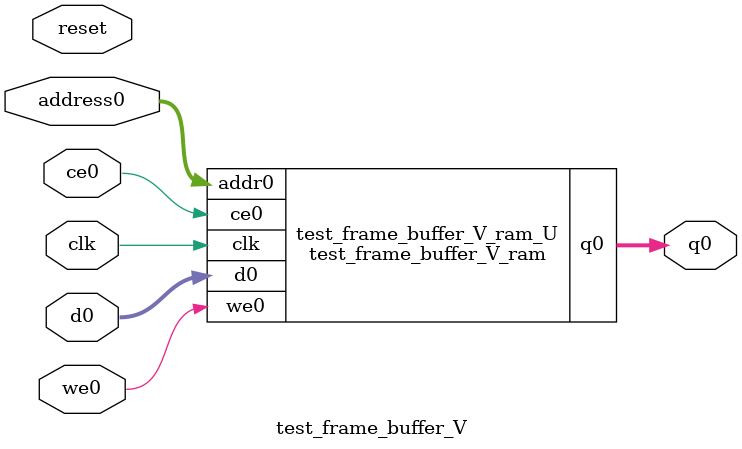
<source format=v>
`timescale 1 ns / 1 ps
module test_frame_buffer_V_ram (addr0, ce0, d0, we0, q0,  clk);

parameter DWIDTH = 11;
parameter AWIDTH = 16;
parameter MEM_SIZE = 65536;

input[AWIDTH-1:0] addr0;
input ce0;
input[DWIDTH-1:0] d0;
input we0;
output reg[DWIDTH-1:0] q0;
input clk;

(* ram_style = "block" *)reg [DWIDTH-1:0] ram[0:MEM_SIZE-1];




always @(posedge clk)  
begin 
    if (ce0) begin
        if (we0) 
            ram[addr0] <= d0; 
        q0 <= ram[addr0];
    end
end


endmodule

`timescale 1 ns / 1 ps
module test_frame_buffer_V(
    reset,
    clk,
    address0,
    ce0,
    we0,
    d0,
    q0);

parameter DataWidth = 32'd11;
parameter AddressRange = 32'd65536;
parameter AddressWidth = 32'd16;
input reset;
input clk;
input[AddressWidth - 1:0] address0;
input ce0;
input we0;
input[DataWidth - 1:0] d0;
output[DataWidth - 1:0] q0;



test_frame_buffer_V_ram test_frame_buffer_V_ram_U(
    .clk( clk ),
    .addr0( address0 ),
    .ce0( ce0 ),
    .we0( we0 ),
    .d0( d0 ),
    .q0( q0 ));

endmodule


</source>
